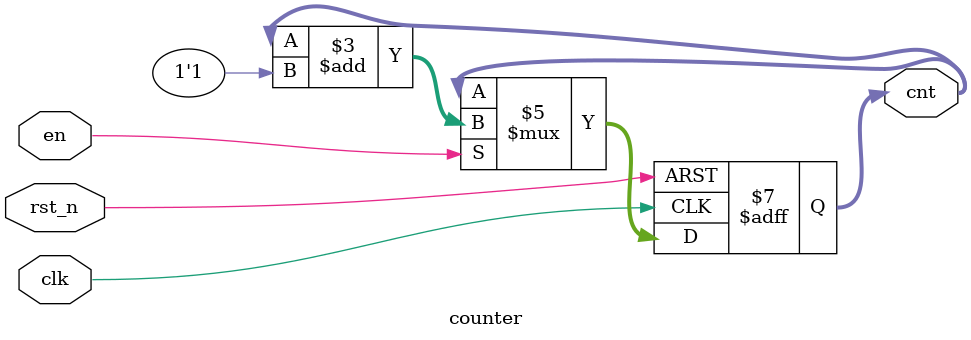
<source format=v>
`timescale 1ns / 1ps


module counter(
input clk,
input rst_n,
input en,
output reg [15:0]cnt
    );
    always@(posedge clk or negedge rst_n)begin
        if(!rst_n)begin
            cnt <= 16'b0;
        end
        else begin
            if(en)begin
                cnt <= cnt + 1'b1;
            end
            else begin
                cnt <= cnt;
            end
        end 
    end
endmodule

</source>
